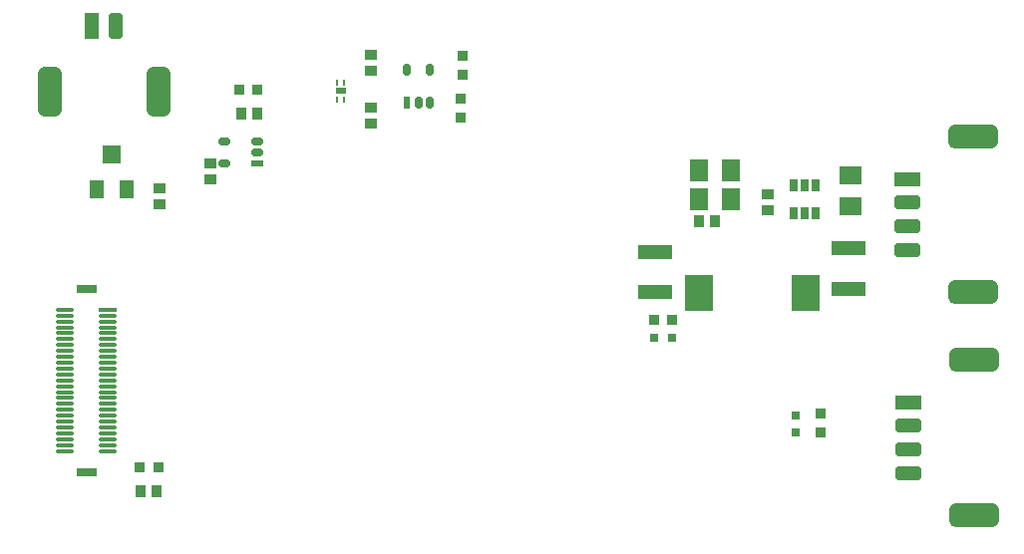
<source format=gtp>
G04*
G04 #@! TF.GenerationSoftware,Altium Limited,Altium Designer,18.1.6 (161)*
G04*
G04 Layer_Color=8421504*
%FSLAX25Y25*%
%MOIN*%
G70*
G01*
G75*
%ADD15R,0.03150X0.03150*%
%ADD16R,0.03347X0.03347*%
%ADD17R,0.03347X0.03347*%
%ADD18R,0.03150X0.03150*%
%ADD19R,0.03937X0.03543*%
%ADD20R,0.02559X0.04331*%
G04:AMPARAMS|DCode=21|XSize=47.24mil|YSize=86.61mil|CornerRadius=11.81mil|HoleSize=0mil|Usage=FLASHONLY|Rotation=270.000|XOffset=0mil|YOffset=0mil|HoleType=Round|Shape=RoundedRectangle|*
%AMROUNDEDRECTD21*
21,1,0.04724,0.06299,0,0,270.0*
21,1,0.02362,0.08661,0,0,270.0*
1,1,0.02362,-0.03150,-0.01181*
1,1,0.02362,-0.03150,0.01181*
1,1,0.02362,0.03150,0.01181*
1,1,0.02362,0.03150,-0.01181*
%
%ADD21ROUNDEDRECTD21*%
%ADD22R,0.08661X0.04724*%
G04:AMPARAMS|DCode=23|XSize=78.74mil|YSize=165.35mil|CornerRadius=19.68mil|HoleSize=0mil|Usage=FLASHONLY|Rotation=270.000|XOffset=0mil|YOffset=0mil|HoleType=Round|Shape=RoundedRectangle|*
%AMROUNDEDRECTD23*
21,1,0.07874,0.12598,0,0,270.0*
21,1,0.03937,0.16535,0,0,270.0*
1,1,0.03937,-0.06299,-0.01968*
1,1,0.03937,-0.06299,0.01968*
1,1,0.03937,0.06299,0.01968*
1,1,0.03937,0.06299,-0.01968*
%
%ADD23ROUNDEDRECTD23*%
%ADD24R,0.07087X0.03150*%
%ADD25O,0.06299X0.01181*%
%ADD26R,0.06299X0.01181*%
%ADD27R,0.03937X0.02362*%
G04:AMPARAMS|DCode=28|XSize=23.62mil|YSize=39.37mil|CornerRadius=5.91mil|HoleSize=0mil|Usage=FLASHONLY|Rotation=270.000|XOffset=0mil|YOffset=0mil|HoleType=Round|Shape=RoundedRectangle|*
%AMROUNDEDRECTD28*
21,1,0.02362,0.02756,0,0,270.0*
21,1,0.01181,0.03937,0,0,270.0*
1,1,0.01181,-0.01378,-0.00591*
1,1,0.01181,-0.01378,0.00591*
1,1,0.01181,0.01378,0.00591*
1,1,0.01181,0.01378,-0.00591*
%
%ADD28ROUNDEDRECTD28*%
%ADD29R,0.09646X0.12205*%
%ADD30R,0.05906X0.07284*%
%ADD31R,0.11417X0.04921*%
%ADD32R,0.03543X0.03937*%
%ADD33R,0.07284X0.05906*%
G04:AMPARAMS|DCode=34|XSize=23.62mil|YSize=39.37mil|CornerRadius=5.91mil|HoleSize=0mil|Usage=FLASHONLY|Rotation=180.000|XOffset=0mil|YOffset=0mil|HoleType=Round|Shape=RoundedRectangle|*
%AMROUNDEDRECTD34*
21,1,0.02362,0.02756,0,0,180.0*
21,1,0.01181,0.03937,0,0,180.0*
1,1,0.01181,-0.00591,0.01378*
1,1,0.01181,0.00591,0.01378*
1,1,0.01181,0.00591,-0.01378*
1,1,0.01181,-0.00591,-0.01378*
%
%ADD34ROUNDEDRECTD34*%
%ADD35R,0.02362X0.03937*%
%ADD36R,0.05118X0.06299*%
%ADD37R,0.06299X0.06299*%
G04:AMPARAMS|DCode=38|XSize=47.24mil|YSize=86.61mil|CornerRadius=11.81mil|HoleSize=0mil|Usage=FLASHONLY|Rotation=0.000|XOffset=0mil|YOffset=0mil|HoleType=Round|Shape=RoundedRectangle|*
%AMROUNDEDRECTD38*
21,1,0.04724,0.06299,0,0,0.0*
21,1,0.02362,0.08661,0,0,0.0*
1,1,0.02362,0.01181,-0.03150*
1,1,0.02362,-0.01181,-0.03150*
1,1,0.02362,-0.01181,0.03150*
1,1,0.02362,0.01181,0.03150*
%
%ADD38ROUNDEDRECTD38*%
%ADD39R,0.04724X0.08661*%
G04:AMPARAMS|DCode=40|XSize=78.74mil|YSize=165.35mil|CornerRadius=19.68mil|HoleSize=0mil|Usage=FLASHONLY|Rotation=0.000|XOffset=0mil|YOffset=0mil|HoleType=Round|Shape=RoundedRectangle|*
%AMROUNDEDRECTD40*
21,1,0.07874,0.12598,0,0,0.0*
21,1,0.03937,0.16535,0,0,0.0*
1,1,0.03937,0.01968,-0.06299*
1,1,0.03937,-0.01968,-0.06299*
1,1,0.03937,-0.01968,0.06299*
1,1,0.03937,0.01968,0.06299*
%
%ADD40ROUNDEDRECTD40*%
%ADD41R,0.03386X0.01968*%
%ADD42R,0.00984X0.01968*%
D15*
X246114Y41535D02*
D03*
Y35630D02*
D03*
D16*
X254367Y35827D02*
D03*
Y41929D02*
D03*
X134743Y155488D02*
D03*
Y161590D02*
D03*
X134252Y141217D02*
D03*
Y147319D02*
D03*
D17*
X198713Y73343D02*
D03*
X204815D02*
D03*
X26969Y24016D02*
D03*
X33071D02*
D03*
X60039Y150394D02*
D03*
X66142D02*
D03*
D18*
X198902Y67405D02*
D03*
X204807D02*
D03*
D19*
X50492Y120366D02*
D03*
Y125681D02*
D03*
X236710Y110138D02*
D03*
Y115453D02*
D03*
X104331Y144390D02*
D03*
Y139075D02*
D03*
X104331Y161909D02*
D03*
Y156595D02*
D03*
X33465Y117512D02*
D03*
Y112197D02*
D03*
D20*
X245472Y118504D02*
D03*
X249213D02*
D03*
X252953D02*
D03*
Y109055D02*
D03*
X249213D02*
D03*
X245472D02*
D03*
D21*
X283465Y112598D02*
D03*
Y104724D02*
D03*
Y96850D02*
D03*
X283957Y22146D02*
D03*
Y30020D02*
D03*
Y37894D02*
D03*
D22*
X283465Y120473D02*
D03*
X283957Y45768D02*
D03*
D23*
X305433Y134646D02*
D03*
Y82677D02*
D03*
X305925Y7972D02*
D03*
Y59941D02*
D03*
D24*
X9055Y83858D02*
D03*
Y22441D02*
D03*
D25*
X1969Y76772D02*
D03*
Y74803D02*
D03*
Y72835D02*
D03*
Y70866D02*
D03*
Y68898D02*
D03*
Y66929D02*
D03*
Y64961D02*
D03*
Y62992D02*
D03*
Y61024D02*
D03*
Y59055D02*
D03*
Y57087D02*
D03*
Y55118D02*
D03*
Y53150D02*
D03*
Y51181D02*
D03*
Y49213D02*
D03*
Y47244D02*
D03*
Y45276D02*
D03*
Y43307D02*
D03*
Y41339D02*
D03*
Y39370D02*
D03*
Y37402D02*
D03*
Y35433D02*
D03*
Y33465D02*
D03*
Y31496D02*
D03*
Y29528D02*
D03*
X16142D02*
D03*
Y31496D02*
D03*
Y33465D02*
D03*
Y35433D02*
D03*
Y37402D02*
D03*
Y39370D02*
D03*
Y41339D02*
D03*
Y43307D02*
D03*
Y45276D02*
D03*
Y47244D02*
D03*
Y49213D02*
D03*
Y51181D02*
D03*
Y53150D02*
D03*
Y55118D02*
D03*
Y57087D02*
D03*
Y59055D02*
D03*
Y61024D02*
D03*
Y62992D02*
D03*
Y64961D02*
D03*
Y66929D02*
D03*
Y68898D02*
D03*
Y70866D02*
D03*
Y72835D02*
D03*
Y74803D02*
D03*
D26*
Y76772D02*
D03*
D27*
X66043Y125681D02*
D03*
D28*
Y129421D02*
D03*
Y133161D02*
D03*
X55216D02*
D03*
Y125681D02*
D03*
D29*
X249581Y82284D02*
D03*
X213951D02*
D03*
D30*
X213951Y123519D02*
D03*
X224385D02*
D03*
X224384Y113779D02*
D03*
X213951D02*
D03*
D31*
X199213Y82579D02*
D03*
Y96161D02*
D03*
X263779Y97342D02*
D03*
Y83760D02*
D03*
D32*
X219193Y106299D02*
D03*
X213878D02*
D03*
X32382Y16142D02*
D03*
X27067D02*
D03*
X60827Y142323D02*
D03*
X66142D02*
D03*
D33*
X264567Y111319D02*
D03*
Y121752D02*
D03*
D34*
X116339Y156988D02*
D03*
X123819D02*
D03*
Y146161D02*
D03*
X120079D02*
D03*
D35*
X116339D02*
D03*
D36*
X22441Y117217D02*
D03*
X12441D02*
D03*
D37*
X17441Y128634D02*
D03*
D38*
X18898Y171653D02*
D03*
D39*
X11024D02*
D03*
D40*
X-3150Y149685D02*
D03*
X33071D02*
D03*
D41*
X94095Y149976D02*
D03*
D42*
X95276Y147122D02*
D03*
X92913D02*
D03*
Y152791D02*
D03*
X95276D02*
D03*
M02*

</source>
